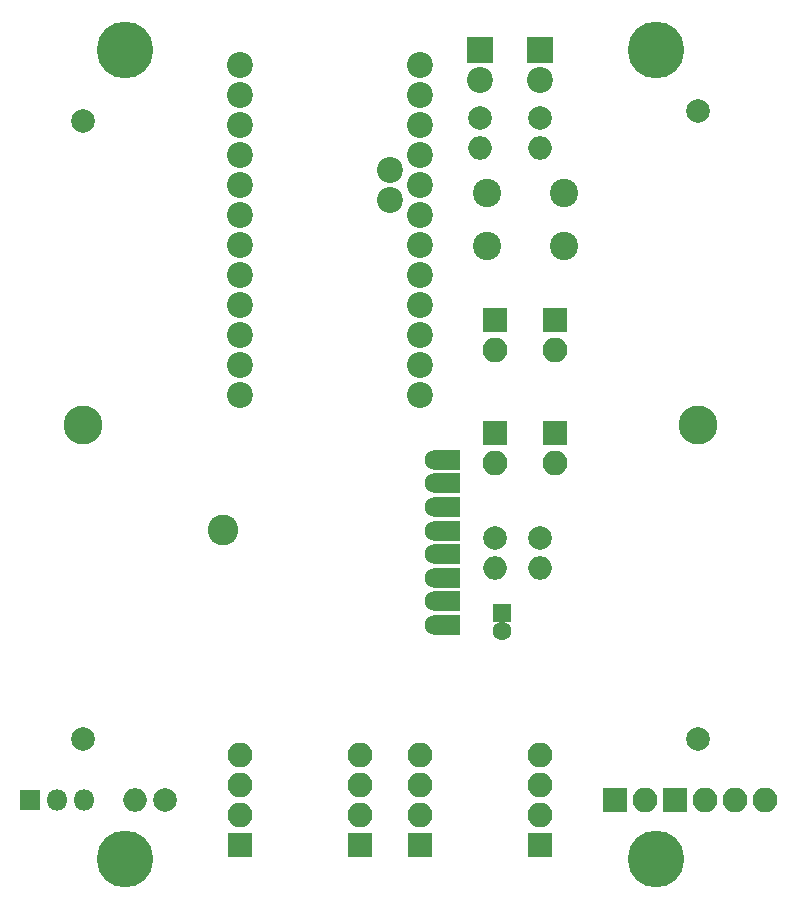
<source format=gbr>
G04 #@! TF.FileFunction,Soldermask,Top*
%FSLAX46Y46*%
G04 Gerber Fmt 4.6, Leading zero omitted, Abs format (unit mm)*
G04 Created by KiCad (PCBNEW 4.0.7) date 05/11/18 23:37:16*
%MOMM*%
%LPD*%
G01*
G04 APERTURE LIST*
%ADD10C,0.100000*%
%ADD11C,2.000000*%
%ADD12C,3.300000*%
%ADD13R,1.600000X1.600000*%
%ADD14C,1.600000*%
%ADD15C,4.800000*%
%ADD16C,1.100000*%
%ADD17R,2.200000X2.200000*%
%ADD18C,2.200000*%
%ADD19C,2.600000*%
%ADD20C,1.750000*%
%ADD21R,2.200000X1.750000*%
%ADD22C,2.400000*%
%ADD23R,2.100000X2.100000*%
%ADD24O,2.100000X2.100000*%
%ADD25O,2.000000X2.000000*%
%ADD26R,1.800000X1.800000*%
%ADD27O,1.800000X1.800000*%
G04 APERTURE END LIST*
D10*
D11*
X164500000Y-139600000D03*
X164500000Y-86400000D03*
D12*
X164500000Y-113000000D03*
D13*
X147955000Y-128905000D03*
D14*
X147955000Y-130405000D03*
D15*
X116000000Y-81250000D03*
D16*
X117650000Y-81250000D03*
X117166726Y-82416726D03*
X116000000Y-82900000D03*
X114833274Y-82416726D03*
X114350000Y-81250000D03*
X114833274Y-80083274D03*
X116000000Y-79600000D03*
X117166726Y-80083274D03*
D15*
X161000000Y-81250000D03*
D16*
X162650000Y-81250000D03*
X162166726Y-82416726D03*
X161000000Y-82900000D03*
X159833274Y-82416726D03*
X159350000Y-81250000D03*
X159833274Y-80083274D03*
X161000000Y-79600000D03*
X162166726Y-80083274D03*
D15*
X161000000Y-149750000D03*
D16*
X162650000Y-149750000D03*
X162166726Y-150916726D03*
X161000000Y-151400000D03*
X159833274Y-150916726D03*
X159350000Y-149750000D03*
X159833274Y-148583274D03*
X161000000Y-148100000D03*
X162166726Y-148583274D03*
D17*
X146050000Y-81280000D03*
D18*
X146050000Y-83820000D03*
D19*
X124333000Y-121920000D03*
D20*
X142280000Y-115945000D03*
D21*
X143280000Y-115945000D03*
D20*
X142280000Y-129945000D03*
X142280000Y-127945000D03*
X142280000Y-125945000D03*
X142280000Y-123945000D03*
X142280000Y-121945000D03*
X142280000Y-119945000D03*
X142280000Y-117945000D03*
D21*
X143280000Y-129945000D03*
X143280000Y-127945000D03*
X143280000Y-125945000D03*
X143280000Y-123945000D03*
X143280000Y-121945000D03*
X143280000Y-119945000D03*
X143280000Y-117945000D03*
D22*
X146685000Y-97845000D03*
X146685000Y-93345000D03*
X153185000Y-97845000D03*
X153185000Y-93345000D03*
D17*
X151130000Y-81280000D03*
D18*
X151130000Y-83820000D03*
D23*
X157480000Y-144780000D03*
D24*
X160020000Y-144780000D03*
D23*
X151130000Y-148590000D03*
D24*
X151130000Y-146050000D03*
X151130000Y-143510000D03*
X151130000Y-140970000D03*
D23*
X125730000Y-148590000D03*
D24*
X125730000Y-146050000D03*
X125730000Y-143510000D03*
X125730000Y-140970000D03*
D23*
X162560000Y-144780000D03*
D24*
X165100000Y-144780000D03*
X167640000Y-144780000D03*
X170180000Y-144780000D03*
D11*
X112500000Y-87300000D03*
X112500000Y-139600000D03*
D12*
X112500000Y-113000000D03*
D23*
X147320000Y-113665000D03*
D24*
X147320000Y-116205000D03*
D23*
X152400000Y-113665000D03*
D24*
X152400000Y-116205000D03*
D23*
X147320000Y-104140000D03*
D24*
X147320000Y-106680000D03*
D23*
X152400000Y-104140000D03*
D24*
X152400000Y-106680000D03*
D23*
X140970000Y-148590000D03*
D24*
X140970000Y-146050000D03*
X140970000Y-143510000D03*
X140970000Y-140970000D03*
D23*
X135890000Y-148590000D03*
D24*
X135890000Y-146050000D03*
X135890000Y-143510000D03*
X135890000Y-140970000D03*
D15*
X116000000Y-149750000D03*
D16*
X117650000Y-149750000D03*
X117166726Y-150916726D03*
X116000000Y-151400000D03*
X114833274Y-150916726D03*
X114350000Y-149750000D03*
X114833274Y-148583274D03*
X116000000Y-148100000D03*
X117166726Y-148583274D03*
D11*
X151130000Y-122555000D03*
D25*
X151130000Y-125095000D03*
D11*
X147320000Y-122555000D03*
D25*
X147320000Y-125095000D03*
D11*
X151130000Y-86995000D03*
D25*
X151130000Y-89535000D03*
D11*
X146050000Y-86995000D03*
D25*
X146050000Y-89535000D03*
D11*
X119380000Y-144780000D03*
D25*
X116840000Y-144780000D03*
D26*
X107950000Y-144780000D03*
D27*
X110250000Y-144780000D03*
X112550000Y-144780000D03*
D18*
X140970000Y-110490000D03*
X140970000Y-107950000D03*
X140970000Y-105410000D03*
X140970000Y-102870000D03*
X140970000Y-100330000D03*
X140970000Y-97790000D03*
X140970000Y-95250000D03*
X140970000Y-92710000D03*
X140970000Y-90170000D03*
X140970000Y-87630000D03*
X140970000Y-85090000D03*
X140970000Y-82550000D03*
X125730000Y-82550000D03*
X125730000Y-85090000D03*
X125730000Y-87630000D03*
X125730000Y-90170000D03*
X125730000Y-92710000D03*
X125730000Y-95250000D03*
X125730000Y-97790000D03*
X125730000Y-100330000D03*
X125730000Y-102870000D03*
X125730000Y-105410000D03*
X125730000Y-107950000D03*
X125730000Y-110490000D03*
X138430000Y-93980000D03*
X138430000Y-91440000D03*
M02*

</source>
